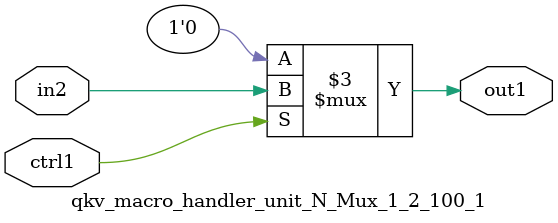
<source format=v>

`timescale 1ps / 1ps


module qkv_macro_handler_unit_N_Mux_1_2_100_1( in2, ctrl1, out1 );

    input in2;
    input ctrl1;
    output out1;
    reg out1;

    
    // rtl_process:qkv_macro_handler_unit_N_Mux_1_2_100_1/qkv_macro_handler_unit_N_Mux_1_2_100_1_thread_1
    always @*
      begin : qkv_macro_handler_unit_N_Mux_1_2_100_1_thread_1
        case (ctrl1) 
          1'b1: 
            begin
              out1 = in2;
            end
          default: 
            begin
              out1 = 1'b0;
            end
        endcase
      end

endmodule



</source>
